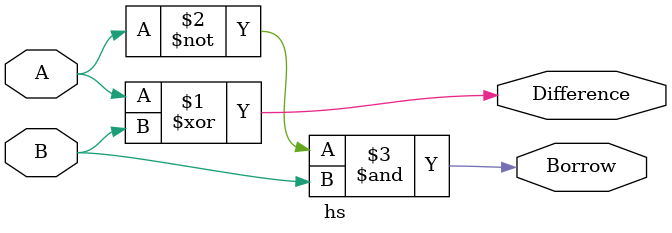
<source format=v>
`timescale 1ns / 1ps

module hs(
    input A, B,
    output Difference, Borrow
);
    assign Difference = A ^ B;
    assign Borrow = ~A & B;
endmodule


</source>
